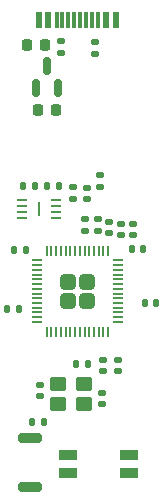
<source format=gbr>
%TF.GenerationSoftware,KiCad,Pcbnew,9.0.6*%
%TF.CreationDate,2025-12-06T16:42:26-07:00*%
%TF.ProjectId,HyperionDevBoard,48797065-7269-46f6-9e44-6576426f6172,rev?*%
%TF.SameCoordinates,Original*%
%TF.FileFunction,Paste,Top*%
%TF.FilePolarity,Positive*%
%FSLAX46Y46*%
G04 Gerber Fmt 4.6, Leading zero omitted, Abs format (unit mm)*
G04 Created by KiCad (PCBNEW 9.0.6) date 2025-12-06 16:42:26*
%MOMM*%
%LPD*%
G01*
G04 APERTURE LIST*
G04 Aperture macros list*
%AMRoundRect*
0 Rectangle with rounded corners*
0 $1 Rounding radius*
0 $2 $3 $4 $5 $6 $7 $8 $9 X,Y pos of 4 corners*
0 Add a 4 corners polygon primitive as box body*
4,1,4,$2,$3,$4,$5,$6,$7,$8,$9,$2,$3,0*
0 Add four circle primitives for the rounded corners*
1,1,$1+$1,$2,$3*
1,1,$1+$1,$4,$5*
1,1,$1+$1,$6,$7*
1,1,$1+$1,$8,$9*
0 Add four rect primitives between the rounded corners*
20,1,$1+$1,$2,$3,$4,$5,0*
20,1,$1+$1,$4,$5,$6,$7,0*
20,1,$1+$1,$6,$7,$8,$9,0*
20,1,$1+$1,$8,$9,$2,$3,0*%
G04 Aperture macros list end*
%ADD10RoundRect,0.082000X0.718000X-0.328000X0.718000X0.328000X-0.718000X0.328000X-0.718000X-0.328000X0*%
%ADD11RoundRect,0.082000X-0.718000X0.328000X-0.718000X-0.328000X0.718000X-0.328000X0.718000X0.328000X0*%
%ADD12RoundRect,0.140000X-0.170000X0.140000X-0.170000X-0.140000X0.170000X-0.140000X0.170000X0.140000X0*%
%ADD13RoundRect,0.140000X-0.140000X-0.170000X0.140000X-0.170000X0.140000X0.170000X-0.140000X0.170000X0*%
%ADD14RoundRect,0.135000X-0.185000X0.135000X-0.185000X-0.135000X0.185000X-0.135000X0.185000X0.135000X0*%
%ADD15RoundRect,0.140000X0.170000X-0.140000X0.170000X0.140000X-0.170000X0.140000X-0.170000X-0.140000X0*%
%ADD16RoundRect,0.250000X0.450000X0.350000X-0.450000X0.350000X-0.450000X-0.350000X0.450000X-0.350000X0*%
%ADD17RoundRect,0.135000X0.135000X0.185000X-0.135000X0.185000X-0.135000X-0.185000X0.135000X-0.185000X0*%
%ADD18RoundRect,0.200000X0.800000X-0.200000X0.800000X0.200000X-0.800000X0.200000X-0.800000X-0.200000X0*%
%ADD19RoundRect,0.150000X0.150000X-0.587500X0.150000X0.587500X-0.150000X0.587500X-0.150000X-0.587500X0*%
%ADD20RoundRect,0.140000X0.140000X0.170000X-0.140000X0.170000X-0.140000X-0.170000X0.140000X-0.170000X0*%
%ADD21RoundRect,0.135000X-0.135000X-0.185000X0.135000X-0.185000X0.135000X0.185000X-0.135000X0.185000X0*%
%ADD22R,0.600000X1.450000*%
%ADD23R,0.300000X1.450000*%
%ADD24RoundRect,0.225000X0.225000X0.250000X-0.225000X0.250000X-0.225000X-0.250000X0.225000X-0.250000X0*%
%ADD25RoundRect,0.040000X-0.040000X-0.605000X0.040000X-0.605000X0.040000X0.605000X-0.040000X0.605000X0*%
%ADD26RoundRect,0.062500X-0.387500X-0.062500X0.387500X-0.062500X0.387500X0.062500X-0.387500X0.062500X0*%
%ADD27RoundRect,0.249999X-0.395001X-0.395001X0.395001X-0.395001X0.395001X0.395001X-0.395001X0.395001X0*%
%ADD28RoundRect,0.050000X-0.387500X-0.050000X0.387500X-0.050000X0.387500X0.050000X-0.387500X0.050000X0*%
%ADD29RoundRect,0.050000X-0.050000X-0.387500X0.050000X-0.387500X0.050000X0.387500X-0.050000X0.387500X0*%
G04 APERTURE END LIST*
D10*
%TO.C,D1*%
X110800000Y-111600000D03*
D11*
X116000000Y-111600000D03*
D10*
X116000000Y-110100000D03*
D11*
X110800000Y-110100000D03*
%TD*%
D12*
%TO.C,C10*%
X115000000Y-102020000D03*
X115000000Y-102980000D03*
%TD*%
D13*
%TO.C,C3*%
X116200000Y-92660000D03*
X117160000Y-92660000D03*
%TD*%
D14*
%TO.C,R3*%
X112260000Y-90080000D03*
X112260000Y-91100000D03*
%TD*%
D15*
%TO.C,C4*%
X115300000Y-91460000D03*
X115300000Y-90500000D03*
%TD*%
D16*
%TO.C,Y1*%
X112145000Y-104090000D03*
X109945000Y-104090000D03*
X109945000Y-105790000D03*
X112145000Y-105790000D03*
%TD*%
D17*
%TO.C,R6*%
X108740000Y-107280000D03*
X107720000Y-107280000D03*
%TD*%
D15*
%TO.C,C11*%
X111200000Y-88380000D03*
X111200000Y-87420000D03*
%TD*%
D18*
%TO.C,SW1*%
X107600000Y-112800000D03*
X107600000Y-108600000D03*
%TD*%
D15*
%TO.C,C9*%
X113500000Y-87360000D03*
X113500000Y-86400000D03*
%TD*%
%TO.C,C1*%
X116300000Y-91480000D03*
X116300000Y-90520000D03*
%TD*%
D19*
%TO.C,U4*%
X108070000Y-79035000D03*
X109970000Y-79035000D03*
X109020000Y-77160000D03*
%TD*%
D15*
%TO.C,C2*%
X112400000Y-88400000D03*
X112400000Y-87440000D03*
%TD*%
D20*
%TO.C,C7*%
X106610000Y-97710000D03*
X105650000Y-97710000D03*
%TD*%
%TO.C,C6*%
X107220000Y-92700000D03*
X106260000Y-92700000D03*
%TD*%
D15*
%TO.C,C16*%
X113670000Y-105770000D03*
X113670000Y-104810000D03*
%TD*%
D13*
%TO.C,C5*%
X117280000Y-97180000D03*
X118240000Y-97180000D03*
%TD*%
D12*
%TO.C,C8*%
X113800000Y-102000000D03*
X113800000Y-102960000D03*
%TD*%
D15*
%TO.C,C12*%
X114300000Y-91290000D03*
X114300000Y-90330000D03*
%TD*%
D21*
%TO.C,R5*%
X111450000Y-102390000D03*
X112470000Y-102390000D03*
%TD*%
D22*
%TO.C,J1*%
X114830000Y-73245000D03*
X114030000Y-73245000D03*
D23*
X112830000Y-73245000D03*
X111830000Y-73245000D03*
X111330000Y-73245000D03*
X110330000Y-73245000D03*
D22*
X109130000Y-73245000D03*
X108330000Y-73245000D03*
X108330000Y-73245000D03*
X109130000Y-73245000D03*
D23*
X109830000Y-73245000D03*
X110830000Y-73245000D03*
X112330000Y-73245000D03*
X113330000Y-73245000D03*
D22*
X114030000Y-73245000D03*
X114830000Y-73245000D03*
%TD*%
D20*
%TO.C,C17*%
X110000000Y-87300000D03*
X109040000Y-87300000D03*
%TD*%
D14*
%TO.C,R1*%
X113060000Y-75060000D03*
X113060000Y-76080000D03*
%TD*%
%TO.C,R4*%
X113350000Y-90075000D03*
X113350000Y-91095000D03*
%TD*%
D24*
%TO.C,C14*%
X109775000Y-80900000D03*
X108225000Y-80900000D03*
%TD*%
%TO.C,C13*%
X108890000Y-75340000D03*
X107340000Y-75340000D03*
%TD*%
D12*
%TO.C,C15*%
X108400000Y-104140000D03*
X108400000Y-105100000D03*
%TD*%
D25*
%TO.C,U3*%
X108367102Y-89250000D03*
D26*
X106942102Y-88500000D03*
X106942102Y-89000000D03*
X106942102Y-89500000D03*
X106942102Y-90000000D03*
X109792102Y-90000000D03*
X109792102Y-89500000D03*
X109792102Y-89000000D03*
X109792102Y-88500000D03*
%TD*%
D14*
%TO.C,R2*%
X110190000Y-75050000D03*
X110190000Y-76070000D03*
%TD*%
D21*
%TO.C,R7*%
X106970000Y-87310000D03*
X107990000Y-87310000D03*
%TD*%
D27*
%TO.C,U1*%
X110800000Y-95400000D03*
X110800000Y-97000000D03*
X112400000Y-95400000D03*
X112400000Y-97000000D03*
D28*
X108162500Y-93600000D03*
X108162500Y-94000000D03*
X108162500Y-94400000D03*
X108162500Y-94800000D03*
X108162500Y-95200000D03*
X108162500Y-95600000D03*
X108162500Y-96000000D03*
X108162500Y-96400000D03*
X108162500Y-96800000D03*
X108162500Y-97200000D03*
X108162500Y-97600000D03*
X108162500Y-98000000D03*
X108162500Y-98400000D03*
X108162500Y-98800000D03*
D29*
X109000000Y-99637500D03*
X109400000Y-99637500D03*
X109800000Y-99637500D03*
X110200000Y-99637500D03*
X110600000Y-99637500D03*
X111000000Y-99637500D03*
X111400000Y-99637500D03*
X111800000Y-99637500D03*
X112200000Y-99637500D03*
X112600000Y-99637500D03*
X113000000Y-99637500D03*
X113400000Y-99637500D03*
X113800000Y-99637500D03*
X114200000Y-99637500D03*
D28*
X115037500Y-98800000D03*
X115037500Y-98400000D03*
X115037500Y-98000000D03*
X115037500Y-97600000D03*
X115037500Y-97200000D03*
X115037500Y-96800000D03*
X115037500Y-96400000D03*
X115037500Y-96000000D03*
X115037500Y-95600000D03*
X115037500Y-95200000D03*
X115037500Y-94800000D03*
X115037500Y-94400000D03*
X115037500Y-94000000D03*
X115037500Y-93600000D03*
D29*
X114200000Y-92762500D03*
X113800000Y-92762500D03*
X113400000Y-92762500D03*
X113000000Y-92762500D03*
X112600000Y-92762500D03*
X112200000Y-92762500D03*
X111800000Y-92762500D03*
X111400000Y-92762500D03*
X111000000Y-92762500D03*
X110600000Y-92762500D03*
X110200000Y-92762500D03*
X109800000Y-92762500D03*
X109400000Y-92762500D03*
X109000000Y-92762500D03*
%TD*%
M02*

</source>
